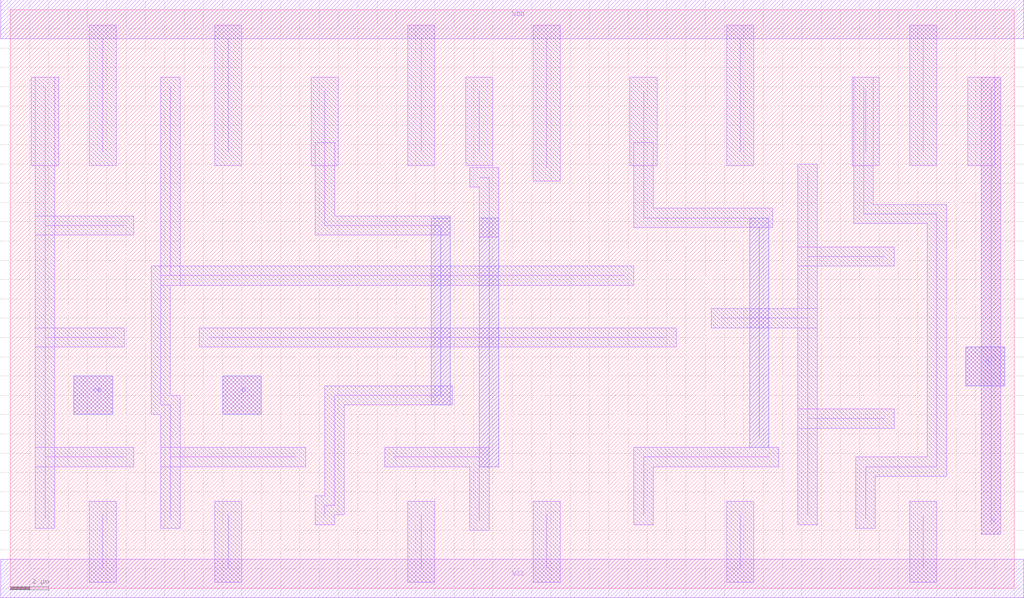
<source format=lef>
VERSION 5.5 ;
NAMESCASESENSITIVE ON ;
BUSBITCHARS "[]" ;
DIVIDERCHAR "/" ;

MACRO dff1m2
  CLASS CORE ;
  SOURCE USER ;
  ORIGIN 0 0 ;
  SIZE 52.000 BY 30.000 ;
  SYMMETRY X Y ;
  SITE unit ;
 
  PIN CK
    USE SIGNAL ;
    PORT
      LAYER ML1 ;
        POLYGON 3.300 9.000  3.300 11.000  5.300 11.000  5.300 9.000  3.300 
        9.000  ;
    END
    PORT
      LAYER ML2 ;
        POLYGON 3.300 9.000  3.300 11.000  5.300 11.000  5.300 9.000  3.300 
        9.000  ;
    END
  END CK
  PIN D
    USE SIGNAL ;
    PORT
      LAYER ML1 ;
        POLYGON 11.000 9.000  11.000 11.000  13.000 11.000  13.000 9.000  
        11.000 9.000  ;
    END
    PORT
      LAYER ML2 ;
        POLYGON 11.000 9.000  11.000 11.000  13.000 11.000  13.000 9.000  
        11.000 9.000  ;
    END
  END D
  PIN Q
    USE SIGNAL ;
    PORT
      LAYER ML1 ;
        WIDTH 1.000  ;
        PATH 50.800 3.300 50.800 26.000  ;
    END
    PORT
      LAYER ML2 ;
        POLYGON 49.500 10.500  49.500 12.500  51.500 12.500  51.500 10.500  
        49.500 10.500  ;
    END
    PORT
      LAYER ML1 ;
        POLYGON 49.500 10.500  49.500 12.500  51.500 12.500  51.500 10.500  
        49.500 10.500  ;
    END
  END Q
  PIN VDD
    USE POWER ;
    PORT
      LAYER ML1 ;
        RECT -0.500 28.500  52.500 30.500  ;
    END
  END VDD
  PIN VSS
    USE GROUND ;
    PORT
      LAYER ML1 ;
        RECT -0.500 -0.500  52.500 1.500  ;
    END
  END VSS
  OBS

    LAYER ML1 ;
      WIDTH 1.000  ;
      PATH 1.800 26.000 1.800 3.600  ;
      WIDTH 1.400  ;
      PATH 1.800 22.600 1.800 25.800  ;
      WIDTH 1.000  ;
      PATH 5.400 13.000 1.800 13.000  ;
      WIDTH 1.000  ;
      PATH 5.900 18.800 1.800 18.800  ;
      WIDTH 1.000  ;
      PATH 5.900 6.800 1.800 6.800  ;
      WIDTH 1.400  ;
      PATH 4.800 22.600 4.800 28.500  ;
      WIDTH 1.400  ;
      PATH 4.800 1.000 4.800 3.800  ;
      WIDTH 1.000  ;
      PATH 8.300 3.600 8.300 9.500 7.800 9.500 7.800 16.200 8.300 16.200 8.300 
      26.000  ;
      WIDTH 1.400  ;
      PATH 11.300 1.000 11.300 3.800  ;
      WIDTH 1.400  ;
      PATH 11.300 22.600 11.300 28.500  ;
      WIDTH 1.000  ;
      PATH 14.800 6.800 8.300 6.800  ;
      WIDTH 1.400  ;
      PATH 16.300 22.600 16.300 25.800  ;
      WIDTH 1.000  ;
      PATH 16.300 22.600 16.300 18.800 22.300 18.800  ;
      WIDTH 1.000  ;
      PATH 16.300 3.800 16.300 4.300 16.800 4.300 16.800 10.000 22.400 10.000 ;
      WIDTH 1.000  ;
      PATH 8.300 16.200 31.800 16.200  ;
      WIDTH 1.400  ;
      PATH 21.300 22.600 21.300 28.500  ;
      WIDTH 1.400  ;
      PATH 21.300 1.000 21.300 3.800  ;
      WIDTH 1.000  ;
      PATH 19.900 6.800 24.300 6.800 24.300 3.500  ;
      WIDTH 1.000  ;
      PATH 34.000 13.000 10.300 13.000  ;
      WIDTH 1.400  ;
      PATH 24.300 22.600 24.300 25.800  ;
      WIDTH 1.000  ;
      PATH 24.300 21.300 24.800 21.300 24.800 18.700  ;

      WIDTH 1.400  ;
      PATH 27.800 21.800 27.800 28.500  ;
      WIDTH 1.400  ;
      PATH 27.800 1.000 27.800 3.800  ;
      WIDTH 1.400  ;
      PATH 32.800 22.600 32.800 25.800  ;
      WIDTH 1.000  ;
      PATH 32.800 22.600 32.800 19.200 39.000 19.200  ;
      WIDTH 1.000  ;
      PATH 32.800 3.800 32.800 6.800 39.300 6.800  ;
      WIDTH 1.400  ;
      PATH 37.800 22.600 37.800 28.500  ;
      WIDTH 1.400  ;
      PATH 37.800 1.000 37.800 3.800  ;
      WIDTH 1.000  ;
      PATH 36.800 14.000 41.300 14.000  ;
      WIDTH 1.000  ;
      PATH 41.300 21.500 41.300 3.800  ;
      WIDTH 1.000  ;
      PATH 45.300 17.200 41.300 17.200  ;
      WIDTH 1.000  ;
      PATH 45.300 8.800 41.300 8.800  ;
      WIDTH 1.400  ;
      PATH 44.300 22.600 44.300 25.800  ;
      WIDTH 1.000  ;
      PATH 44.200 26.000 44.200 19.400 48.000 19.400 48.000 6.300 44.300 6.300 
      44.300 3.600  ;
      WIDTH 1.400  ;
      PATH 47.300 1.000 47.300 3.800  ;
      WIDTH 1.400  ;
      PATH 47.300 22.600 47.300 28.500  ;

      WIDTH 1.400  ;
      PATH 50.300 22.600 50.300 25.800  ;
      WIDTH 1.000  ;
      PATH 50.800 3.300 50.800 26.000  ;

    LAYER ML2 ;

      WIDTH 1.000  ;
      PATH 22.300 18.700 22.300 10.000  ;
      WIDTH 1.000  ;
      PATH 24.800 18.700 24.800 6.800  ;
      WIDTH 1.000  ;
      PATH 38.800 18.700 38.800 7.800  ;
    VIA 1.800 23.800  dcont ;
    VIA 1.800 21.800  dcont ;
    VIA 1.800 3.800  dcont ;
    VIA 1.800 25.800  dcont ;
    VIA 4.800 23.800  dcont ;
    VIA 4.800 21.800  dcont ;
    VIA 4.800 25.800  dcont ;
    VIA 4.800 3.800  dcont ;
    VIA 7.800 25.800  dcont ;
    VIA 7.800 23.800  dcont ;
    VIA 7.800 21.800  dcont ;
    VIA 7.800 3.800  dcont ;
    VIA 11.300 21.800  dcont ;
    VIA 11.300 23.800  dcont ;
    VIA 11.300 25.800  dcont ;
    VIA 11.300 3.800  dcont ;
    VIA 16.300 21.800  dcont ;
    VIA 16.300 25.800  dcont ;
    VIA 16.300 23.800  dcont ;
    VIA 16.300 3.800  dcont ;
    VIA 21.300 21.800  dcont ;
    VIA 21.300 23.800  dcont ;
    VIA 21.300 25.800  dcont ;
    VIA 21.300 3.800  dcont ;
    VIA 24.300 21.800  dcont ;
    VIA 24.300 23.800  dcont ;
    VIA 24.300 25.800  dcont ;
    VIA 24.300 3.800  dcont ;
    VIA 27.800 25.800  dcont ;
    VIA 27.800 23.800  dcont ;
    VIA 27.800 3.800  dcont ;
    VIA 27.800 21.800  dcont ;
    VIA 32.800 21.800  dcont ;
    VIA 32.800 23.800  dcont ;
    VIA 32.800 25.800  dcont ;
    VIA 32.800 3.800  dcont ;
    VIA 37.800 21.800  dcont ;
    VIA 37.800 23.800  dcont ;
    VIA 37.800 25.800  dcont ;
    VIA 37.800 3.800  dcont ;
    VIA 40.800 21.800  dcont ;
    VIA 40.800 23.800  dcont ;
    VIA 40.800 25.800  dcont ;
    VIA 40.800 3.800  dcont ;
    VIA 44.300 3.800  dcont ;
    VIA 44.300 21.800  dcont ;
    VIA 44.300 23.800  dcont ;
    VIA 44.300 25.800  dcont ;
    VIA 47.300 3.800  dcont ;
    VIA 47.300 21.800  dcont ;
    VIA 47.300 23.800  dcont ;
    VIA 47.300 25.800  dcont ;
    VIA 50.300 3.800  dcont ;
    VIA 50.300 21.800  dcont ;
    VIA 50.300 23.800  dcont ;
    VIA 50.300 25.800  dcont ;
    VIA 10.200 29.500  nsubcont ;
    VIA 27.700 29.500  nsubcont ;
    VIA 46.000 29.500  nsubcont ;
    VIA 4.300 10.000  pcont ;
    VIA 5.300 13.000  pcont ;
    VIA 5.800 18.800  pcont ;
    VIA 5.800 6.800  pcont ;
    VIA 10.300 13.000  pcont ;
    VIA 12.000 10.000  pcont ;
    VIA 14.800 6.800  pcont ;
    VIA 15.300 13.000  pcont ;
    VIA 17.300 16.000  pcont ;
    VIA 20.300 6.800  pcont ;
    VIA 22.300 18.700  pcont ;
    VIA 22.300 10.000  pcont ;
    VIA 24.800 6.800  pcont ;
    VIA 25.300 18.700  pcont ;
    VIA 28.800 13.000  pcont ;
    VIA 31.800 16.700  pcont ;
    VIA 33.800 13.700  pcont ;
    VIA 36.800 14.000  pcont ;
    VIA 38.800 18.700  pcont ;
    VIA 38.800 6.800  pcont ;
    VIA 45.300 8.700  pcont ;
    VIA 45.300 17.200  pcont ;
    VIA 48.300 6.800  pcont ;
    VIA 48.300 18.900  pcont ;
    VIA 10.200 0.500  psubcont ;
    VIA 27.700 0.500  psubcont ;
    VIA 46.000 0.500  psubcont ;
    VIA 22.300 18.700  Via ;
    VIA 22.300 10.000  Via ;
    VIA 24.800 6.800  Via ;
    VIA 25.300 18.700  Via ;
    VIA 38.800 6.800  Via ;
    VIA 38.800 18.700  Via ;
  END
END dff1m2

MACRO dcont
  CLASS CORE ;
  OBS
    LAYER ML1 ;
      RECT -1.000 -1.000  1.000 1.000  ;
  END
END dcont

MACRO nsubcont
  CLASS CORE ;
  OBS
    LAYER ML1 ;
      RECT -1.000 -1.000  1.000 1.000  ;
  END
END nsubcont

MACRO pcont
  CLASS CORE ;
  OBS
    LAYER ML1 ;
      RECT -1.000 -1.000  1.000 1.000  ;
  END
END pcont

MACRO psubcont
  CLASS CORE ;
  OBS
    LAYER ML1 ;
      RECT -1.000 -1.000  1.000 1.000  ;
  END
END psubcont

MACRO Via
  CLASS CORE ;
  OBS
    LAYER ML1 ;
      POLYGON -1.000 -1.000  -1.000 1.000  1.000 1.000  1.000 -1.000  -1.000 
      -1.000  ;
    LAYER ML2 ;
      POLYGON -1.000 -1.000  -1.000 1.000  1.000 1.000  1.000 -1.000  -1.000 
      -1.000  ;
  END
END Via


END LIBRARY

</source>
